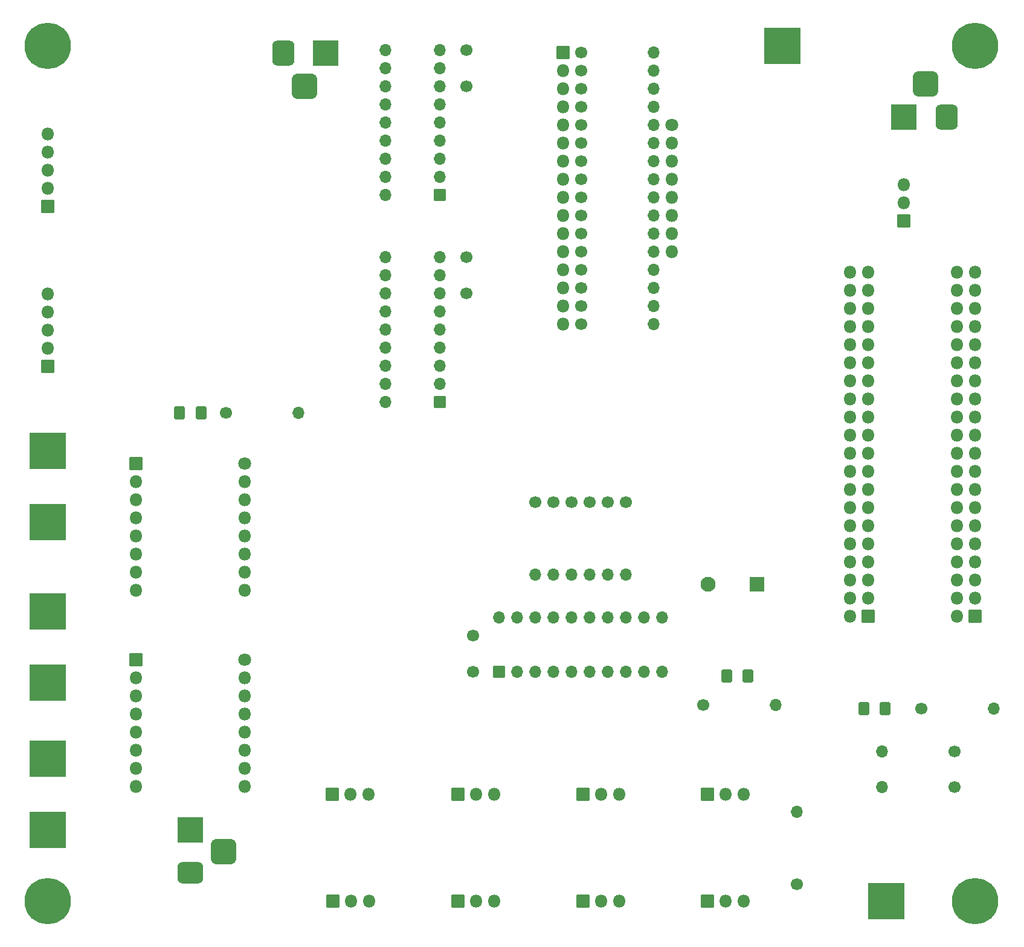
<source format=gts>
G04 #@! TF.GenerationSoftware,KiCad,Pcbnew,(6.0.2)*
G04 #@! TF.CreationDate,2023-01-22T22:48:29-05:00*
G04 #@! TF.ProjectId,Interface-PCB,496e7465-7266-4616-9365-2d5043422e6b,1.0*
G04 #@! TF.SameCoordinates,Original*
G04 #@! TF.FileFunction,Soldermask,Top*
G04 #@! TF.FilePolarity,Negative*
%FSLAX46Y46*%
G04 Gerber Fmt 4.6, Leading zero omitted, Abs format (unit mm)*
G04 Created by KiCad (PCBNEW (6.0.2)) date 2023-01-22 22:48:30*
%MOMM*%
%LPD*%
G01*
G04 APERTURE LIST*
G04 Aperture macros list*
%AMRoundRect*
0 Rectangle with rounded corners*
0 $1 Rounding radius*
0 $2 $3 $4 $5 $6 $7 $8 $9 X,Y pos of 4 corners*
0 Add a 4 corners polygon primitive as box body*
4,1,4,$2,$3,$4,$5,$6,$7,$8,$9,$2,$3,0*
0 Add four circle primitives for the rounded corners*
1,1,$1+$1,$2,$3*
1,1,$1+$1,$4,$5*
1,1,$1+$1,$6,$7*
1,1,$1+$1,$8,$9*
0 Add four rect primitives between the rounded corners*
20,1,$1+$1,$2,$3,$4,$5,0*
20,1,$1+$1,$4,$5,$6,$7,0*
20,1,$1+$1,$6,$7,$8,$9,0*
20,1,$1+$1,$8,$9,$2,$3,0*%
G04 Aperture macros list end*
%ADD10RoundRect,0.050000X0.800000X0.800000X-0.800000X0.800000X-0.800000X-0.800000X0.800000X-0.800000X0*%
%ADD11O,1.700000X1.700000*%
%ADD12RoundRect,0.050000X1.000000X1.000000X-1.000000X1.000000X-1.000000X-1.000000X1.000000X-1.000000X0*%
%ADD13C,2.100000*%
%ADD14C,1.700000*%
%ADD15RoundRect,0.300001X-0.462499X-0.624999X0.462499X-0.624999X0.462499X0.624999X-0.462499X0.624999X0*%
%ADD16RoundRect,0.050000X-0.850000X-0.850000X0.850000X-0.850000X0.850000X0.850000X-0.850000X0.850000X0*%
%ADD17O,1.800000X1.800000*%
%ADD18C,1.800000*%
%ADD19C,6.500000*%
%ADD20RoundRect,0.050000X-1.750000X-1.750000X1.750000X-1.750000X1.750000X1.750000X-1.750000X1.750000X0*%
%ADD21RoundRect,0.800000X-0.750000X-1.000000X0.750000X-1.000000X0.750000X1.000000X-0.750000X1.000000X0*%
%ADD22RoundRect,0.925000X-0.875000X-0.875000X0.875000X-0.875000X0.875000X0.875000X-0.875000X0.875000X0*%
%ADD23RoundRect,0.050000X-2.500000X-2.500000X2.500000X-2.500000X2.500000X2.500000X-2.500000X2.500000X0*%
%ADD24RoundRect,0.050000X0.850000X-0.850000X0.850000X0.850000X-0.850000X0.850000X-0.850000X-0.850000X0*%
%ADD25RoundRect,0.050000X0.850000X0.850000X-0.850000X0.850000X-0.850000X-0.850000X0.850000X-0.850000X0*%
%ADD26RoundRect,0.050000X-2.500000X2.500000X-2.500000X-2.500000X2.500000X-2.500000X2.500000X2.500000X0*%
%ADD27RoundRect,0.050000X1.750000X1.750000X-1.750000X1.750000X-1.750000X-1.750000X1.750000X-1.750000X0*%
%ADD28RoundRect,0.800000X0.750000X1.000000X-0.750000X1.000000X-0.750000X-1.000000X0.750000X-1.000000X0*%
%ADD29RoundRect,0.925000X0.875000X0.875000X-0.875000X0.875000X-0.875000X-0.875000X0.875000X-0.875000X0*%
%ADD30RoundRect,0.050000X0.800000X-0.800000X0.800000X0.800000X-0.800000X0.800000X-0.800000X-0.800000X0*%
%ADD31RoundRect,0.050000X1.750000X-1.750000X1.750000X1.750000X-1.750000X1.750000X-1.750000X-1.750000X0*%
%ADD32RoundRect,0.800000X1.000000X-0.750000X1.000000X0.750000X-1.000000X0.750000X-1.000000X-0.750000X0*%
%ADD33RoundRect,0.925000X0.875000X-0.875000X0.875000X0.875000X-0.875000X0.875000X-0.875000X-0.875000X0*%
%ADD34RoundRect,0.300001X0.462499X0.624999X-0.462499X0.624999X-0.462499X-0.624999X0.462499X-0.624999X0*%
G04 APERTURE END LIST*
D10*
X120000000Y-60960000D03*
D11*
X120000000Y-58420000D03*
X120000000Y-55880000D03*
X120000000Y-53340000D03*
X120000000Y-50800000D03*
X120000000Y-48260000D03*
X120000000Y-45720000D03*
X120000000Y-43180000D03*
X120000000Y-40640000D03*
X112380000Y-40640000D03*
X112380000Y-43180000D03*
X112380000Y-45720000D03*
X112380000Y-48260000D03*
X112380000Y-50800000D03*
X112380000Y-53340000D03*
X112380000Y-55880000D03*
X112380000Y-58420000D03*
X112380000Y-60960000D03*
D12*
X164410000Y-115500000D03*
D13*
X157590000Y-115500000D03*
D14*
X139820000Y-61280000D03*
D11*
X149980000Y-61280000D03*
D14*
X187420000Y-133000000D03*
D11*
X197580000Y-133000000D03*
D14*
X143515000Y-104010000D03*
D11*
X143515000Y-114170000D03*
D15*
X182407500Y-133000000D03*
X179432500Y-133000000D03*
D16*
X77380000Y-98610000D03*
D17*
X77380000Y-101150000D03*
X77380000Y-103690000D03*
X77380000Y-106230000D03*
X77380000Y-108770000D03*
X77380000Y-111310000D03*
X77380000Y-113850000D03*
X77380000Y-116390000D03*
D18*
X92620000Y-98610000D03*
D17*
X92620000Y-101150000D03*
X92620000Y-103690000D03*
X92620000Y-106230000D03*
X92620000Y-108770000D03*
X92620000Y-111310000D03*
X92620000Y-113850000D03*
X92620000Y-116390000D03*
D19*
X65000000Y-160000000D03*
D14*
X156920000Y-132500000D03*
D11*
X167080000Y-132500000D03*
D14*
X139820000Y-76520000D03*
D11*
X149980000Y-76520000D03*
D20*
X104000000Y-41000000D03*
D21*
X98000000Y-41000000D03*
D22*
X101000000Y-45700000D03*
D14*
X123700000Y-40640000D03*
X123700000Y-45720000D03*
D23*
X182500000Y-160000000D03*
D14*
X139820000Y-43500000D03*
D11*
X149980000Y-43500000D03*
D14*
X139820000Y-46040000D03*
D11*
X149980000Y-46040000D03*
D24*
X157500000Y-145000000D03*
D17*
X160040000Y-145000000D03*
X162580000Y-145000000D03*
D14*
X192080000Y-144000000D03*
D11*
X181920000Y-144000000D03*
D25*
X65000000Y-62500000D03*
D17*
X65000000Y-59960000D03*
X65000000Y-57420000D03*
X65000000Y-54880000D03*
X65000000Y-52340000D03*
D14*
X135895000Y-104010000D03*
D11*
X135895000Y-114170000D03*
D26*
X65000000Y-96813238D03*
X65000000Y-106813238D03*
D16*
X137220000Y-40950000D03*
D17*
X137220000Y-43490000D03*
X137220000Y-46030000D03*
X137220000Y-48570000D03*
X137220000Y-51110000D03*
X137220000Y-53650000D03*
X137220000Y-56190000D03*
X137220000Y-58730000D03*
X137220000Y-61270000D03*
X137220000Y-63810000D03*
X137220000Y-66350000D03*
X137220000Y-68890000D03*
X137220000Y-71430000D03*
X137220000Y-73970000D03*
X137220000Y-76510000D03*
X137220000Y-79050000D03*
X152460000Y-68890000D03*
X152460000Y-66350000D03*
X152460000Y-63810000D03*
X152460000Y-61270000D03*
X152460000Y-58730000D03*
X152460000Y-56190000D03*
X152460000Y-53650000D03*
D18*
X152460000Y-51110000D03*
D24*
X105000000Y-160000000D03*
D17*
X107540000Y-160000000D03*
X110080000Y-160000000D03*
D19*
X65000000Y-40000000D03*
D10*
X120000000Y-90000000D03*
D11*
X120000000Y-87460000D03*
X120000000Y-84920000D03*
X120000000Y-82380000D03*
X120000000Y-79840000D03*
X120000000Y-77300000D03*
X120000000Y-74760000D03*
X120000000Y-72220000D03*
X120000000Y-69680000D03*
X112380000Y-69680000D03*
X112380000Y-72220000D03*
X112380000Y-74760000D03*
X112380000Y-77300000D03*
X112380000Y-79840000D03*
X112380000Y-82380000D03*
X112380000Y-84920000D03*
X112380000Y-87460000D03*
X112380000Y-90000000D03*
D26*
X65000000Y-119313238D03*
X65000000Y-129313238D03*
D14*
X139820000Y-71440000D03*
D11*
X149980000Y-71440000D03*
D24*
X104920000Y-145000000D03*
D17*
X107460000Y-145000000D03*
X110000000Y-145000000D03*
D14*
X139820000Y-51120000D03*
D11*
X149980000Y-51120000D03*
D24*
X122500000Y-160000000D03*
D17*
X125040000Y-160000000D03*
X127580000Y-160000000D03*
D15*
X86487500Y-91500000D03*
X83512500Y-91500000D03*
D14*
X139820000Y-66360000D03*
D11*
X149980000Y-66360000D03*
D25*
X180000000Y-120000000D03*
D17*
X177460000Y-120000000D03*
X180000000Y-117460000D03*
X177460000Y-117460000D03*
X180000000Y-114920000D03*
X177460000Y-114920000D03*
X180000000Y-112380000D03*
X177460000Y-112380000D03*
X180000000Y-109840000D03*
X177460000Y-109840000D03*
X180000000Y-107300000D03*
X177460000Y-107300000D03*
X180000000Y-104760000D03*
X177460000Y-104760000D03*
X180000000Y-102220000D03*
X177460000Y-102220000D03*
X180000000Y-99680000D03*
X177460000Y-99680000D03*
X180000000Y-97140000D03*
X177460000Y-97140000D03*
X180000000Y-94600000D03*
X177460000Y-94600000D03*
X180000000Y-92060000D03*
X177460000Y-92060000D03*
X180000000Y-89520000D03*
X177460000Y-89520000D03*
X180000000Y-86980000D03*
X177460000Y-86980000D03*
X180000000Y-84440000D03*
X177460000Y-84440000D03*
X180000000Y-81900000D03*
X177460000Y-81900000D03*
X180000000Y-79360000D03*
X177460000Y-79360000D03*
X180000000Y-76820000D03*
X177460000Y-76820000D03*
X180000000Y-74280000D03*
X177460000Y-74280000D03*
X180000000Y-71740000D03*
X177460000Y-71740000D03*
D24*
X140000000Y-160000000D03*
D17*
X142540000Y-160000000D03*
X145080000Y-160000000D03*
D24*
X157500000Y-160000000D03*
D17*
X160040000Y-160000000D03*
X162580000Y-160000000D03*
D14*
X133355000Y-104010000D03*
D11*
X133355000Y-114170000D03*
D14*
X170000000Y-157580000D03*
D11*
X170000000Y-147420000D03*
D27*
X185000000Y-50000000D03*
D28*
X191000000Y-50000000D03*
D29*
X188000000Y-45300000D03*
D14*
X139820000Y-58740000D03*
D11*
X149980000Y-58740000D03*
D14*
X139820000Y-40960000D03*
D11*
X149980000Y-40960000D03*
D26*
X65000000Y-140000000D03*
X65000000Y-150000000D03*
D25*
X184975000Y-64525000D03*
D17*
X184975000Y-61985000D03*
X184975000Y-59445000D03*
D14*
X124625000Y-127810000D03*
X124625000Y-122730000D03*
D24*
X122500000Y-145000000D03*
D17*
X125040000Y-145000000D03*
X127580000Y-145000000D03*
D14*
X123700000Y-69680000D03*
X123700000Y-74760000D03*
X139820000Y-68900000D03*
D11*
X149980000Y-68900000D03*
D14*
X138435000Y-104010000D03*
D11*
X138435000Y-114170000D03*
D30*
X128275000Y-127810000D03*
D11*
X130815000Y-127810000D03*
X133355000Y-127810000D03*
X135895000Y-127810000D03*
X138435000Y-127810000D03*
X140975000Y-127810000D03*
X143515000Y-127810000D03*
X146055000Y-127810000D03*
X148595000Y-127810000D03*
X151135000Y-127810000D03*
X151135000Y-120190000D03*
X148595000Y-120190000D03*
X146055000Y-120190000D03*
X143515000Y-120190000D03*
X140975000Y-120190000D03*
X138435000Y-120190000D03*
X135895000Y-120190000D03*
X133355000Y-120190000D03*
X130815000Y-120190000D03*
X128275000Y-120190000D03*
D31*
X85000000Y-150000000D03*
D32*
X85000000Y-156000000D03*
D33*
X89700000Y-153000000D03*
D25*
X65000000Y-85000000D03*
D17*
X65000000Y-82460000D03*
X65000000Y-79920000D03*
X65000000Y-77380000D03*
X65000000Y-74840000D03*
D14*
X146055000Y-104010000D03*
D11*
X146055000Y-114170000D03*
D19*
X195000000Y-40000000D03*
D14*
X139820000Y-56200000D03*
D11*
X149980000Y-56200000D03*
D14*
X90000000Y-91500000D03*
D11*
X100160000Y-91500000D03*
D14*
X139820000Y-48580000D03*
D11*
X149980000Y-48580000D03*
D14*
X140975000Y-104010000D03*
D11*
X140975000Y-114170000D03*
D14*
X139820000Y-53660000D03*
D11*
X149980000Y-53660000D03*
D14*
X192080000Y-139000000D03*
D11*
X181920000Y-139000000D03*
D23*
X168000000Y-40000000D03*
D14*
X139820000Y-73980000D03*
D11*
X149980000Y-73980000D03*
D34*
X160212500Y-128390000D03*
X163187500Y-128390000D03*
D19*
X195000000Y-160000000D03*
D14*
X139820000Y-79060000D03*
D11*
X149980000Y-79060000D03*
D24*
X140000000Y-145000000D03*
D17*
X142540000Y-145000000D03*
X145080000Y-145000000D03*
D14*
X139820000Y-63820000D03*
D11*
X149980000Y-63820000D03*
D25*
X195000000Y-120000000D03*
D17*
X192460000Y-120000000D03*
X195000000Y-117460000D03*
X192460000Y-117460000D03*
X195000000Y-114920000D03*
X192460000Y-114920000D03*
X195000000Y-112380000D03*
X192460000Y-112380000D03*
X195000000Y-109840000D03*
X192460000Y-109840000D03*
X195000000Y-107300000D03*
X192460000Y-107300000D03*
X195000000Y-104760000D03*
X192460000Y-104760000D03*
X195000000Y-102220000D03*
X192460000Y-102220000D03*
X195000000Y-99680000D03*
X192460000Y-99680000D03*
X195000000Y-97140000D03*
X192460000Y-97140000D03*
X195000000Y-94600000D03*
X192460000Y-94600000D03*
X195000000Y-92060000D03*
X192460000Y-92060000D03*
X195000000Y-89520000D03*
X192460000Y-89520000D03*
X195000000Y-86980000D03*
X192460000Y-86980000D03*
X195000000Y-84440000D03*
X192460000Y-84440000D03*
X195000000Y-81900000D03*
X192460000Y-81900000D03*
X195000000Y-79360000D03*
X192460000Y-79360000D03*
X195000000Y-76820000D03*
X192460000Y-76820000D03*
X195000000Y-74280000D03*
X192460000Y-74280000D03*
X195000000Y-71740000D03*
X192460000Y-71740000D03*
D16*
X77380000Y-126110000D03*
D17*
X77380000Y-128650000D03*
X77380000Y-131190000D03*
X77380000Y-133730000D03*
X77380000Y-136270000D03*
X77380000Y-138810000D03*
X77380000Y-141350000D03*
X77380000Y-143890000D03*
D18*
X92620000Y-126110000D03*
D17*
X92620000Y-128650000D03*
X92620000Y-131190000D03*
X92620000Y-133730000D03*
X92620000Y-136270000D03*
X92620000Y-138810000D03*
X92620000Y-141350000D03*
X92620000Y-143890000D03*
M02*

</source>
